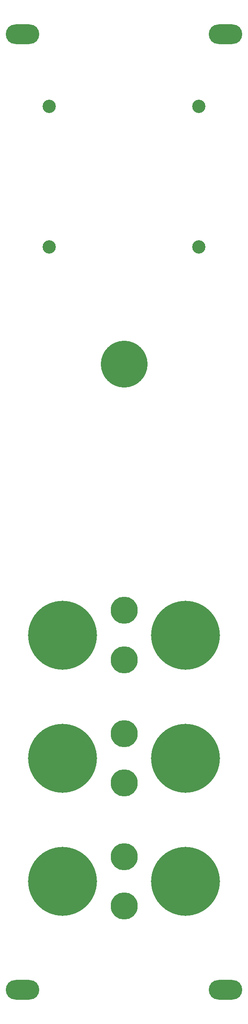
<source format=gbs>
G04 #@! TF.GenerationSoftware,KiCad,Pcbnew,6.0.7-f9a2dced07~116~ubuntu22.04.1*
G04 #@! TF.CreationDate,2022-09-03T08:57:15-04:00*
G04 #@! TF.ProjectId,clock_panel,636c6f63-6b5f-4706-916e-656c2e6b6963,rev?*
G04 #@! TF.SameCoordinates,Original*
G04 #@! TF.FileFunction,Soldermask,Bot*
G04 #@! TF.FilePolarity,Negative*
%FSLAX46Y46*%
G04 Gerber Fmt 4.6, Leading zero omitted, Abs format (unit mm)*
G04 Created by KiCad (PCBNEW 6.0.7-f9a2dced07~116~ubuntu22.04.1) date 2022-09-03 08:57:15*
%MOMM*%
%LPD*%
G01*
G04 APERTURE LIST*
%ADD10O,6.800000X4.000000*%
%ADD11C,5.500000*%
%ADD12C,14.000000*%
%ADD13C,9.500000*%
%ADD14C,2.700000*%
G04 APERTURE END LIST*
D10*
G04 #@! TO.C,H10*
X61700000Y-10600000D03*
X61700000Y-204600000D03*
G04 #@! TD*
D11*
G04 #@! TO.C,H8*
X41100000Y-152600000D03*
G04 #@! TD*
D12*
G04 #@! TO.C,H5*
X28600000Y-132600000D03*
G04 #@! TD*
G04 #@! TO.C,H6*
X53600000Y-132600000D03*
G04 #@! TD*
G04 #@! TO.C,H1*
X28600000Y-157600000D03*
G04 #@! TD*
D10*
G04 #@! TO.C,H7*
X20500000Y-10600000D03*
X20500000Y-204600000D03*
G04 #@! TD*
D11*
G04 #@! TO.C,H9*
X41100000Y-127600000D03*
G04 #@! TD*
D12*
G04 #@! TO.C,H2*
X28600000Y-182600000D03*
G04 #@! TD*
G04 #@! TO.C,H3*
X53600000Y-157600000D03*
G04 #@! TD*
G04 #@! TO.C,H4*
X53600000Y-182600000D03*
G04 #@! TD*
D13*
G04 #@! TO.C,H12*
X41100000Y-77600000D03*
G04 #@! TD*
D14*
G04 #@! TO.C,OLED1*
X25900000Y-25300000D03*
X56300000Y-25300000D03*
X56300000Y-53800000D03*
X25900000Y-53800000D03*
G04 #@! TD*
D11*
G04 #@! TO.C,H11*
X41100000Y-137600000D03*
G04 #@! TD*
G04 #@! TO.C,H13*
X41100000Y-162600000D03*
G04 #@! TD*
G04 #@! TO.C,H14*
X41100000Y-177600000D03*
G04 #@! TD*
G04 #@! TO.C,H15*
X41100000Y-187600000D03*
G04 #@! TD*
M02*

</source>
